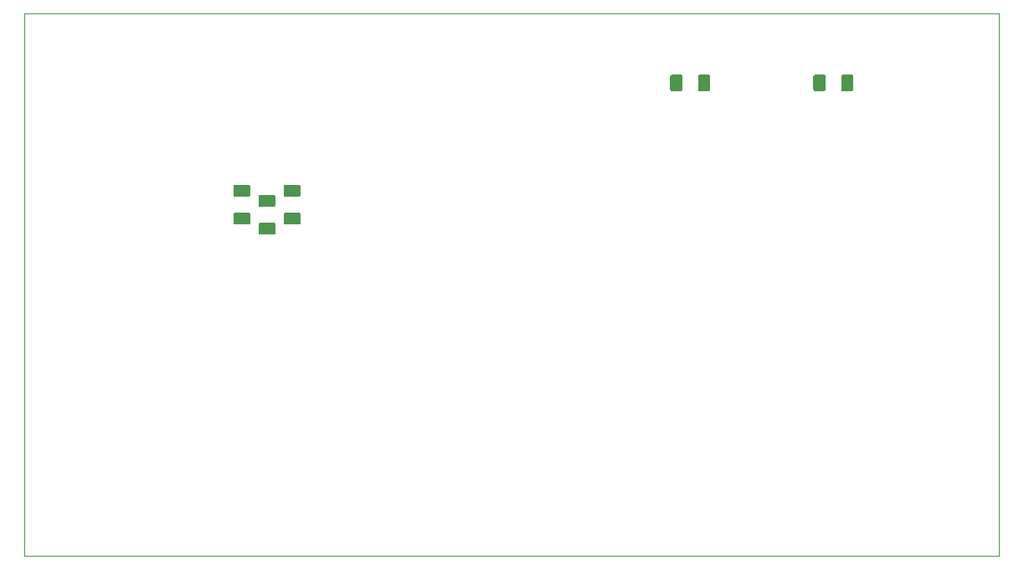
<source format=gbr>
G04 #@! TF.GenerationSoftware,KiCad,Pcbnew,5.1.5+dfsg1-2build2*
G04 #@! TF.CreationDate,2021-07-19T22:25:01+01:00*
G04 #@! TF.ProjectId,TestSRAM,54657374-5352-4414-9d2e-6b696361645f,rev?*
G04 #@! TF.SameCoordinates,Original*
G04 #@! TF.FileFunction,Paste,Bot*
G04 #@! TF.FilePolarity,Positive*
%FSLAX46Y46*%
G04 Gerber Fmt 4.6, Leading zero omitted, Abs format (unit mm)*
G04 Created by KiCad (PCBNEW 5.1.5+dfsg1-2build2) date 2021-07-19 22:25:01*
%MOMM*%
%LPD*%
G04 APERTURE LIST*
%ADD10C,0.050000*%
%ADD11C,0.100000*%
G04 APERTURE END LIST*
D10*
X178181000Y-100965000D02*
X178181000Y-155829000D01*
X79629000Y-100965000D02*
X178181000Y-100965000D01*
X79629000Y-155829000D02*
X79629000Y-100965000D01*
X178181000Y-155829000D02*
X79629000Y-155829000D01*
D11*
G36*
X102249504Y-121048204D02*
G01*
X102273773Y-121051804D01*
X102297571Y-121057765D01*
X102320671Y-121066030D01*
X102342849Y-121076520D01*
X102363893Y-121089133D01*
X102383598Y-121103747D01*
X102401777Y-121120223D01*
X102418253Y-121138402D01*
X102432867Y-121158107D01*
X102445480Y-121179151D01*
X102455970Y-121201329D01*
X102464235Y-121224429D01*
X102470196Y-121248227D01*
X102473796Y-121272496D01*
X102475000Y-121297000D01*
X102475000Y-122047000D01*
X102473796Y-122071504D01*
X102470196Y-122095773D01*
X102464235Y-122119571D01*
X102455970Y-122142671D01*
X102445480Y-122164849D01*
X102432867Y-122185893D01*
X102418253Y-122205598D01*
X102401777Y-122223777D01*
X102383598Y-122240253D01*
X102363893Y-122254867D01*
X102342849Y-122267480D01*
X102320671Y-122277970D01*
X102297571Y-122286235D01*
X102273773Y-122292196D01*
X102249504Y-122295796D01*
X102225000Y-122297000D01*
X100975000Y-122297000D01*
X100950496Y-122295796D01*
X100926227Y-122292196D01*
X100902429Y-122286235D01*
X100879329Y-122277970D01*
X100857151Y-122267480D01*
X100836107Y-122254867D01*
X100816402Y-122240253D01*
X100798223Y-122223777D01*
X100781747Y-122205598D01*
X100767133Y-122185893D01*
X100754520Y-122164849D01*
X100744030Y-122142671D01*
X100735765Y-122119571D01*
X100729804Y-122095773D01*
X100726204Y-122071504D01*
X100725000Y-122047000D01*
X100725000Y-121297000D01*
X100726204Y-121272496D01*
X100729804Y-121248227D01*
X100735765Y-121224429D01*
X100744030Y-121201329D01*
X100754520Y-121179151D01*
X100767133Y-121158107D01*
X100781747Y-121138402D01*
X100798223Y-121120223D01*
X100816402Y-121103747D01*
X100836107Y-121089133D01*
X100857151Y-121076520D01*
X100879329Y-121066030D01*
X100902429Y-121057765D01*
X100926227Y-121051804D01*
X100950496Y-121048204D01*
X100975000Y-121047000D01*
X102225000Y-121047000D01*
X102249504Y-121048204D01*
G37*
G36*
X102249504Y-118248204D02*
G01*
X102273773Y-118251804D01*
X102297571Y-118257765D01*
X102320671Y-118266030D01*
X102342849Y-118276520D01*
X102363893Y-118289133D01*
X102383598Y-118303747D01*
X102401777Y-118320223D01*
X102418253Y-118338402D01*
X102432867Y-118358107D01*
X102445480Y-118379151D01*
X102455970Y-118401329D01*
X102464235Y-118424429D01*
X102470196Y-118448227D01*
X102473796Y-118472496D01*
X102475000Y-118497000D01*
X102475000Y-119247000D01*
X102473796Y-119271504D01*
X102470196Y-119295773D01*
X102464235Y-119319571D01*
X102455970Y-119342671D01*
X102445480Y-119364849D01*
X102432867Y-119385893D01*
X102418253Y-119405598D01*
X102401777Y-119423777D01*
X102383598Y-119440253D01*
X102363893Y-119454867D01*
X102342849Y-119467480D01*
X102320671Y-119477970D01*
X102297571Y-119486235D01*
X102273773Y-119492196D01*
X102249504Y-119495796D01*
X102225000Y-119497000D01*
X100975000Y-119497000D01*
X100950496Y-119495796D01*
X100926227Y-119492196D01*
X100902429Y-119486235D01*
X100879329Y-119477970D01*
X100857151Y-119467480D01*
X100836107Y-119454867D01*
X100816402Y-119440253D01*
X100798223Y-119423777D01*
X100781747Y-119405598D01*
X100767133Y-119385893D01*
X100754520Y-119364849D01*
X100744030Y-119342671D01*
X100735765Y-119319571D01*
X100729804Y-119295773D01*
X100726204Y-119271504D01*
X100725000Y-119247000D01*
X100725000Y-118497000D01*
X100726204Y-118472496D01*
X100729804Y-118448227D01*
X100735765Y-118424429D01*
X100744030Y-118401329D01*
X100754520Y-118379151D01*
X100767133Y-118358107D01*
X100781747Y-118338402D01*
X100798223Y-118320223D01*
X100816402Y-118303747D01*
X100836107Y-118289133D01*
X100857151Y-118276520D01*
X100879329Y-118266030D01*
X100902429Y-118257765D01*
X100926227Y-118251804D01*
X100950496Y-118248204D01*
X100975000Y-118247000D01*
X102225000Y-118247000D01*
X102249504Y-118248204D01*
G37*
G36*
X107329504Y-121048204D02*
G01*
X107353773Y-121051804D01*
X107377571Y-121057765D01*
X107400671Y-121066030D01*
X107422849Y-121076520D01*
X107443893Y-121089133D01*
X107463598Y-121103747D01*
X107481777Y-121120223D01*
X107498253Y-121138402D01*
X107512867Y-121158107D01*
X107525480Y-121179151D01*
X107535970Y-121201329D01*
X107544235Y-121224429D01*
X107550196Y-121248227D01*
X107553796Y-121272496D01*
X107555000Y-121297000D01*
X107555000Y-122047000D01*
X107553796Y-122071504D01*
X107550196Y-122095773D01*
X107544235Y-122119571D01*
X107535970Y-122142671D01*
X107525480Y-122164849D01*
X107512867Y-122185893D01*
X107498253Y-122205598D01*
X107481777Y-122223777D01*
X107463598Y-122240253D01*
X107443893Y-122254867D01*
X107422849Y-122267480D01*
X107400671Y-122277970D01*
X107377571Y-122286235D01*
X107353773Y-122292196D01*
X107329504Y-122295796D01*
X107305000Y-122297000D01*
X106055000Y-122297000D01*
X106030496Y-122295796D01*
X106006227Y-122292196D01*
X105982429Y-122286235D01*
X105959329Y-122277970D01*
X105937151Y-122267480D01*
X105916107Y-122254867D01*
X105896402Y-122240253D01*
X105878223Y-122223777D01*
X105861747Y-122205598D01*
X105847133Y-122185893D01*
X105834520Y-122164849D01*
X105824030Y-122142671D01*
X105815765Y-122119571D01*
X105809804Y-122095773D01*
X105806204Y-122071504D01*
X105805000Y-122047000D01*
X105805000Y-121297000D01*
X105806204Y-121272496D01*
X105809804Y-121248227D01*
X105815765Y-121224429D01*
X105824030Y-121201329D01*
X105834520Y-121179151D01*
X105847133Y-121158107D01*
X105861747Y-121138402D01*
X105878223Y-121120223D01*
X105896402Y-121103747D01*
X105916107Y-121089133D01*
X105937151Y-121076520D01*
X105959329Y-121066030D01*
X105982429Y-121057765D01*
X106006227Y-121051804D01*
X106030496Y-121048204D01*
X106055000Y-121047000D01*
X107305000Y-121047000D01*
X107329504Y-121048204D01*
G37*
G36*
X107329504Y-118248204D02*
G01*
X107353773Y-118251804D01*
X107377571Y-118257765D01*
X107400671Y-118266030D01*
X107422849Y-118276520D01*
X107443893Y-118289133D01*
X107463598Y-118303747D01*
X107481777Y-118320223D01*
X107498253Y-118338402D01*
X107512867Y-118358107D01*
X107525480Y-118379151D01*
X107535970Y-118401329D01*
X107544235Y-118424429D01*
X107550196Y-118448227D01*
X107553796Y-118472496D01*
X107555000Y-118497000D01*
X107555000Y-119247000D01*
X107553796Y-119271504D01*
X107550196Y-119295773D01*
X107544235Y-119319571D01*
X107535970Y-119342671D01*
X107525480Y-119364849D01*
X107512867Y-119385893D01*
X107498253Y-119405598D01*
X107481777Y-119423777D01*
X107463598Y-119440253D01*
X107443893Y-119454867D01*
X107422849Y-119467480D01*
X107400671Y-119477970D01*
X107377571Y-119486235D01*
X107353773Y-119492196D01*
X107329504Y-119495796D01*
X107305000Y-119497000D01*
X106055000Y-119497000D01*
X106030496Y-119495796D01*
X106006227Y-119492196D01*
X105982429Y-119486235D01*
X105959329Y-119477970D01*
X105937151Y-119467480D01*
X105916107Y-119454867D01*
X105896402Y-119440253D01*
X105878223Y-119423777D01*
X105861747Y-119405598D01*
X105847133Y-119385893D01*
X105834520Y-119364849D01*
X105824030Y-119342671D01*
X105815765Y-119319571D01*
X105809804Y-119295773D01*
X105806204Y-119271504D01*
X105805000Y-119247000D01*
X105805000Y-118497000D01*
X105806204Y-118472496D01*
X105809804Y-118448227D01*
X105815765Y-118424429D01*
X105824030Y-118401329D01*
X105834520Y-118379151D01*
X105847133Y-118358107D01*
X105861747Y-118338402D01*
X105878223Y-118320223D01*
X105896402Y-118303747D01*
X105916107Y-118289133D01*
X105937151Y-118276520D01*
X105959329Y-118266030D01*
X105982429Y-118257765D01*
X106006227Y-118251804D01*
X106030496Y-118248204D01*
X106055000Y-118247000D01*
X107305000Y-118247000D01*
X107329504Y-118248204D01*
G37*
G36*
X104789504Y-122061204D02*
G01*
X104813773Y-122064804D01*
X104837571Y-122070765D01*
X104860671Y-122079030D01*
X104882849Y-122089520D01*
X104903893Y-122102133D01*
X104923598Y-122116747D01*
X104941777Y-122133223D01*
X104958253Y-122151402D01*
X104972867Y-122171107D01*
X104985480Y-122192151D01*
X104995970Y-122214329D01*
X105004235Y-122237429D01*
X105010196Y-122261227D01*
X105013796Y-122285496D01*
X105015000Y-122310000D01*
X105015000Y-123060000D01*
X105013796Y-123084504D01*
X105010196Y-123108773D01*
X105004235Y-123132571D01*
X104995970Y-123155671D01*
X104985480Y-123177849D01*
X104972867Y-123198893D01*
X104958253Y-123218598D01*
X104941777Y-123236777D01*
X104923598Y-123253253D01*
X104903893Y-123267867D01*
X104882849Y-123280480D01*
X104860671Y-123290970D01*
X104837571Y-123299235D01*
X104813773Y-123305196D01*
X104789504Y-123308796D01*
X104765000Y-123310000D01*
X103515000Y-123310000D01*
X103490496Y-123308796D01*
X103466227Y-123305196D01*
X103442429Y-123299235D01*
X103419329Y-123290970D01*
X103397151Y-123280480D01*
X103376107Y-123267867D01*
X103356402Y-123253253D01*
X103338223Y-123236777D01*
X103321747Y-123218598D01*
X103307133Y-123198893D01*
X103294520Y-123177849D01*
X103284030Y-123155671D01*
X103275765Y-123132571D01*
X103269804Y-123108773D01*
X103266204Y-123084504D01*
X103265000Y-123060000D01*
X103265000Y-122310000D01*
X103266204Y-122285496D01*
X103269804Y-122261227D01*
X103275765Y-122237429D01*
X103284030Y-122214329D01*
X103294520Y-122192151D01*
X103307133Y-122171107D01*
X103321747Y-122151402D01*
X103338223Y-122133223D01*
X103356402Y-122116747D01*
X103376107Y-122102133D01*
X103397151Y-122089520D01*
X103419329Y-122079030D01*
X103442429Y-122070765D01*
X103466227Y-122064804D01*
X103490496Y-122061204D01*
X103515000Y-122060000D01*
X104765000Y-122060000D01*
X104789504Y-122061204D01*
G37*
G36*
X104789504Y-119261204D02*
G01*
X104813773Y-119264804D01*
X104837571Y-119270765D01*
X104860671Y-119279030D01*
X104882849Y-119289520D01*
X104903893Y-119302133D01*
X104923598Y-119316747D01*
X104941777Y-119333223D01*
X104958253Y-119351402D01*
X104972867Y-119371107D01*
X104985480Y-119392151D01*
X104995970Y-119414329D01*
X105004235Y-119437429D01*
X105010196Y-119461227D01*
X105013796Y-119485496D01*
X105015000Y-119510000D01*
X105015000Y-120260000D01*
X105013796Y-120284504D01*
X105010196Y-120308773D01*
X105004235Y-120332571D01*
X104995970Y-120355671D01*
X104985480Y-120377849D01*
X104972867Y-120398893D01*
X104958253Y-120418598D01*
X104941777Y-120436777D01*
X104923598Y-120453253D01*
X104903893Y-120467867D01*
X104882849Y-120480480D01*
X104860671Y-120490970D01*
X104837571Y-120499235D01*
X104813773Y-120505196D01*
X104789504Y-120508796D01*
X104765000Y-120510000D01*
X103515000Y-120510000D01*
X103490496Y-120508796D01*
X103466227Y-120505196D01*
X103442429Y-120499235D01*
X103419329Y-120490970D01*
X103397151Y-120480480D01*
X103376107Y-120467867D01*
X103356402Y-120453253D01*
X103338223Y-120436777D01*
X103321747Y-120418598D01*
X103307133Y-120398893D01*
X103294520Y-120377849D01*
X103284030Y-120355671D01*
X103275765Y-120332571D01*
X103269804Y-120308773D01*
X103266204Y-120284504D01*
X103265000Y-120260000D01*
X103265000Y-119510000D01*
X103266204Y-119485496D01*
X103269804Y-119461227D01*
X103275765Y-119437429D01*
X103284030Y-119414329D01*
X103294520Y-119392151D01*
X103307133Y-119371107D01*
X103321747Y-119351402D01*
X103338223Y-119333223D01*
X103356402Y-119316747D01*
X103376107Y-119302133D01*
X103397151Y-119289520D01*
X103419329Y-119279030D01*
X103442429Y-119270765D01*
X103466227Y-119264804D01*
X103490496Y-119261204D01*
X103515000Y-119260000D01*
X104765000Y-119260000D01*
X104789504Y-119261204D01*
G37*
G36*
X163213504Y-107076204D02*
G01*
X163237773Y-107079804D01*
X163261571Y-107085765D01*
X163284671Y-107094030D01*
X163306849Y-107104520D01*
X163327893Y-107117133D01*
X163347598Y-107131747D01*
X163365777Y-107148223D01*
X163382253Y-107166402D01*
X163396867Y-107186107D01*
X163409480Y-107207151D01*
X163419970Y-107229329D01*
X163428235Y-107252429D01*
X163434196Y-107276227D01*
X163437796Y-107300496D01*
X163439000Y-107325000D01*
X163439000Y-108575000D01*
X163437796Y-108599504D01*
X163434196Y-108623773D01*
X163428235Y-108647571D01*
X163419970Y-108670671D01*
X163409480Y-108692849D01*
X163396867Y-108713893D01*
X163382253Y-108733598D01*
X163365777Y-108751777D01*
X163347598Y-108768253D01*
X163327893Y-108782867D01*
X163306849Y-108795480D01*
X163284671Y-108805970D01*
X163261571Y-108814235D01*
X163237773Y-108820196D01*
X163213504Y-108823796D01*
X163189000Y-108825000D01*
X162439000Y-108825000D01*
X162414496Y-108823796D01*
X162390227Y-108820196D01*
X162366429Y-108814235D01*
X162343329Y-108805970D01*
X162321151Y-108795480D01*
X162300107Y-108782867D01*
X162280402Y-108768253D01*
X162262223Y-108751777D01*
X162245747Y-108733598D01*
X162231133Y-108713893D01*
X162218520Y-108692849D01*
X162208030Y-108670671D01*
X162199765Y-108647571D01*
X162193804Y-108623773D01*
X162190204Y-108599504D01*
X162189000Y-108575000D01*
X162189000Y-107325000D01*
X162190204Y-107300496D01*
X162193804Y-107276227D01*
X162199765Y-107252429D01*
X162208030Y-107229329D01*
X162218520Y-107207151D01*
X162231133Y-107186107D01*
X162245747Y-107166402D01*
X162262223Y-107148223D01*
X162280402Y-107131747D01*
X162300107Y-107117133D01*
X162321151Y-107104520D01*
X162343329Y-107094030D01*
X162366429Y-107085765D01*
X162390227Y-107079804D01*
X162414496Y-107076204D01*
X162439000Y-107075000D01*
X163189000Y-107075000D01*
X163213504Y-107076204D01*
G37*
G36*
X160413504Y-107076204D02*
G01*
X160437773Y-107079804D01*
X160461571Y-107085765D01*
X160484671Y-107094030D01*
X160506849Y-107104520D01*
X160527893Y-107117133D01*
X160547598Y-107131747D01*
X160565777Y-107148223D01*
X160582253Y-107166402D01*
X160596867Y-107186107D01*
X160609480Y-107207151D01*
X160619970Y-107229329D01*
X160628235Y-107252429D01*
X160634196Y-107276227D01*
X160637796Y-107300496D01*
X160639000Y-107325000D01*
X160639000Y-108575000D01*
X160637796Y-108599504D01*
X160634196Y-108623773D01*
X160628235Y-108647571D01*
X160619970Y-108670671D01*
X160609480Y-108692849D01*
X160596867Y-108713893D01*
X160582253Y-108733598D01*
X160565777Y-108751777D01*
X160547598Y-108768253D01*
X160527893Y-108782867D01*
X160506849Y-108795480D01*
X160484671Y-108805970D01*
X160461571Y-108814235D01*
X160437773Y-108820196D01*
X160413504Y-108823796D01*
X160389000Y-108825000D01*
X159639000Y-108825000D01*
X159614496Y-108823796D01*
X159590227Y-108820196D01*
X159566429Y-108814235D01*
X159543329Y-108805970D01*
X159521151Y-108795480D01*
X159500107Y-108782867D01*
X159480402Y-108768253D01*
X159462223Y-108751777D01*
X159445747Y-108733598D01*
X159431133Y-108713893D01*
X159418520Y-108692849D01*
X159408030Y-108670671D01*
X159399765Y-108647571D01*
X159393804Y-108623773D01*
X159390204Y-108599504D01*
X159389000Y-108575000D01*
X159389000Y-107325000D01*
X159390204Y-107300496D01*
X159393804Y-107276227D01*
X159399765Y-107252429D01*
X159408030Y-107229329D01*
X159418520Y-107207151D01*
X159431133Y-107186107D01*
X159445747Y-107166402D01*
X159462223Y-107148223D01*
X159480402Y-107131747D01*
X159500107Y-107117133D01*
X159521151Y-107104520D01*
X159543329Y-107094030D01*
X159566429Y-107085765D01*
X159590227Y-107079804D01*
X159614496Y-107076204D01*
X159639000Y-107075000D01*
X160389000Y-107075000D01*
X160413504Y-107076204D01*
G37*
G36*
X148735504Y-107076204D02*
G01*
X148759773Y-107079804D01*
X148783571Y-107085765D01*
X148806671Y-107094030D01*
X148828849Y-107104520D01*
X148849893Y-107117133D01*
X148869598Y-107131747D01*
X148887777Y-107148223D01*
X148904253Y-107166402D01*
X148918867Y-107186107D01*
X148931480Y-107207151D01*
X148941970Y-107229329D01*
X148950235Y-107252429D01*
X148956196Y-107276227D01*
X148959796Y-107300496D01*
X148961000Y-107325000D01*
X148961000Y-108575000D01*
X148959796Y-108599504D01*
X148956196Y-108623773D01*
X148950235Y-108647571D01*
X148941970Y-108670671D01*
X148931480Y-108692849D01*
X148918867Y-108713893D01*
X148904253Y-108733598D01*
X148887777Y-108751777D01*
X148869598Y-108768253D01*
X148849893Y-108782867D01*
X148828849Y-108795480D01*
X148806671Y-108805970D01*
X148783571Y-108814235D01*
X148759773Y-108820196D01*
X148735504Y-108823796D01*
X148711000Y-108825000D01*
X147961000Y-108825000D01*
X147936496Y-108823796D01*
X147912227Y-108820196D01*
X147888429Y-108814235D01*
X147865329Y-108805970D01*
X147843151Y-108795480D01*
X147822107Y-108782867D01*
X147802402Y-108768253D01*
X147784223Y-108751777D01*
X147767747Y-108733598D01*
X147753133Y-108713893D01*
X147740520Y-108692849D01*
X147730030Y-108670671D01*
X147721765Y-108647571D01*
X147715804Y-108623773D01*
X147712204Y-108599504D01*
X147711000Y-108575000D01*
X147711000Y-107325000D01*
X147712204Y-107300496D01*
X147715804Y-107276227D01*
X147721765Y-107252429D01*
X147730030Y-107229329D01*
X147740520Y-107207151D01*
X147753133Y-107186107D01*
X147767747Y-107166402D01*
X147784223Y-107148223D01*
X147802402Y-107131747D01*
X147822107Y-107117133D01*
X147843151Y-107104520D01*
X147865329Y-107094030D01*
X147888429Y-107085765D01*
X147912227Y-107079804D01*
X147936496Y-107076204D01*
X147961000Y-107075000D01*
X148711000Y-107075000D01*
X148735504Y-107076204D01*
G37*
G36*
X145935504Y-107076204D02*
G01*
X145959773Y-107079804D01*
X145983571Y-107085765D01*
X146006671Y-107094030D01*
X146028849Y-107104520D01*
X146049893Y-107117133D01*
X146069598Y-107131747D01*
X146087777Y-107148223D01*
X146104253Y-107166402D01*
X146118867Y-107186107D01*
X146131480Y-107207151D01*
X146141970Y-107229329D01*
X146150235Y-107252429D01*
X146156196Y-107276227D01*
X146159796Y-107300496D01*
X146161000Y-107325000D01*
X146161000Y-108575000D01*
X146159796Y-108599504D01*
X146156196Y-108623773D01*
X146150235Y-108647571D01*
X146141970Y-108670671D01*
X146131480Y-108692849D01*
X146118867Y-108713893D01*
X146104253Y-108733598D01*
X146087777Y-108751777D01*
X146069598Y-108768253D01*
X146049893Y-108782867D01*
X146028849Y-108795480D01*
X146006671Y-108805970D01*
X145983571Y-108814235D01*
X145959773Y-108820196D01*
X145935504Y-108823796D01*
X145911000Y-108825000D01*
X145161000Y-108825000D01*
X145136496Y-108823796D01*
X145112227Y-108820196D01*
X145088429Y-108814235D01*
X145065329Y-108805970D01*
X145043151Y-108795480D01*
X145022107Y-108782867D01*
X145002402Y-108768253D01*
X144984223Y-108751777D01*
X144967747Y-108733598D01*
X144953133Y-108713893D01*
X144940520Y-108692849D01*
X144930030Y-108670671D01*
X144921765Y-108647571D01*
X144915804Y-108623773D01*
X144912204Y-108599504D01*
X144911000Y-108575000D01*
X144911000Y-107325000D01*
X144912204Y-107300496D01*
X144915804Y-107276227D01*
X144921765Y-107252429D01*
X144930030Y-107229329D01*
X144940520Y-107207151D01*
X144953133Y-107186107D01*
X144967747Y-107166402D01*
X144984223Y-107148223D01*
X145002402Y-107131747D01*
X145022107Y-107117133D01*
X145043151Y-107104520D01*
X145065329Y-107094030D01*
X145088429Y-107085765D01*
X145112227Y-107079804D01*
X145136496Y-107076204D01*
X145161000Y-107075000D01*
X145911000Y-107075000D01*
X145935504Y-107076204D01*
G37*
M02*

</source>
